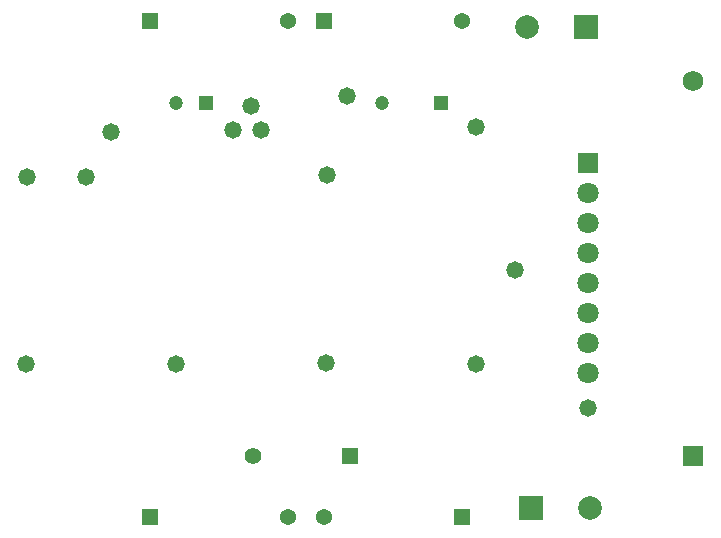
<source format=gbr>
%TF.GenerationSoftware,Altium Limited,Altium Designer,23.0.1 (38)*%
G04 Layer_Color=16711935*
%FSLAX45Y45*%
%MOMM*%
%TF.SameCoordinates,E21AF8FC-8B61-408E-9598-FC2968858709*%
%TF.FilePolarity,Negative*%
%TF.FileFunction,Soldermask,Bot*%
%TF.Part,Single*%
G01*
G75*
%TA.AperFunction,ComponentPad*%
%ADD17R,1.20000X1.20000*%
%ADD18C,1.20000*%
%ADD19C,1.37160*%
%ADD20R,1.37160X1.37160*%
%ADD25C,1.72720*%
%ADD26R,1.72720X1.72720*%
%ADD37R,1.40320X1.40320*%
%ADD38C,1.40320*%
%ADD39C,2.00320*%
%ADD40R,2.00320X2.00320*%
%ADD41C,1.80820*%
%ADD42R,1.80820X1.80820*%
%TA.AperFunction,ViaPad*%
%ADD43C,1.47320*%
D17*
X4900200Y8966200D02*
D03*
X6892100D02*
D03*
D18*
X4650200D02*
D03*
X6392100D02*
D03*
D19*
X7073900Y9664700D02*
D03*
X5600700D02*
D03*
Y5461000D02*
D03*
X5905500D02*
D03*
D20*
Y9664700D02*
D03*
X4432300D02*
D03*
Y5461000D02*
D03*
X7073900D02*
D03*
D25*
X9029700Y9156700D02*
D03*
D26*
Y5981700D02*
D03*
D37*
X6125000D02*
D03*
D38*
X5305000D02*
D03*
D39*
X8158100Y5537200D02*
D03*
X7624000Y9613900D02*
D03*
D40*
X7658100Y5537200D02*
D03*
X8124000Y9613900D02*
D03*
D41*
X8140700Y7442200D02*
D03*
Y6680200D02*
D03*
Y7188200D02*
D03*
Y6934200D02*
D03*
Y7696200D02*
D03*
Y8204200D02*
D03*
Y7950200D02*
D03*
D42*
Y8458200D02*
D03*
D43*
Y6388100D02*
D03*
X5930900Y8356600D02*
D03*
X4648200Y6756400D02*
D03*
X6096000Y9029700D02*
D03*
X5918200Y6769100D02*
D03*
X4102100Y8724900D02*
D03*
X3886200Y8343900D02*
D03*
X5130800Y8737600D02*
D03*
X5372100D02*
D03*
X7188200Y6756400D02*
D03*
X7518400Y7556500D02*
D03*
X3378200Y6756400D02*
D03*
X7188200Y8763000D02*
D03*
X3390900Y8343900D02*
D03*
X5283200Y8940800D02*
D03*
%TF.MD5,7ac86f1282ab3f04156ad6be1e850798*%
M02*

</source>
